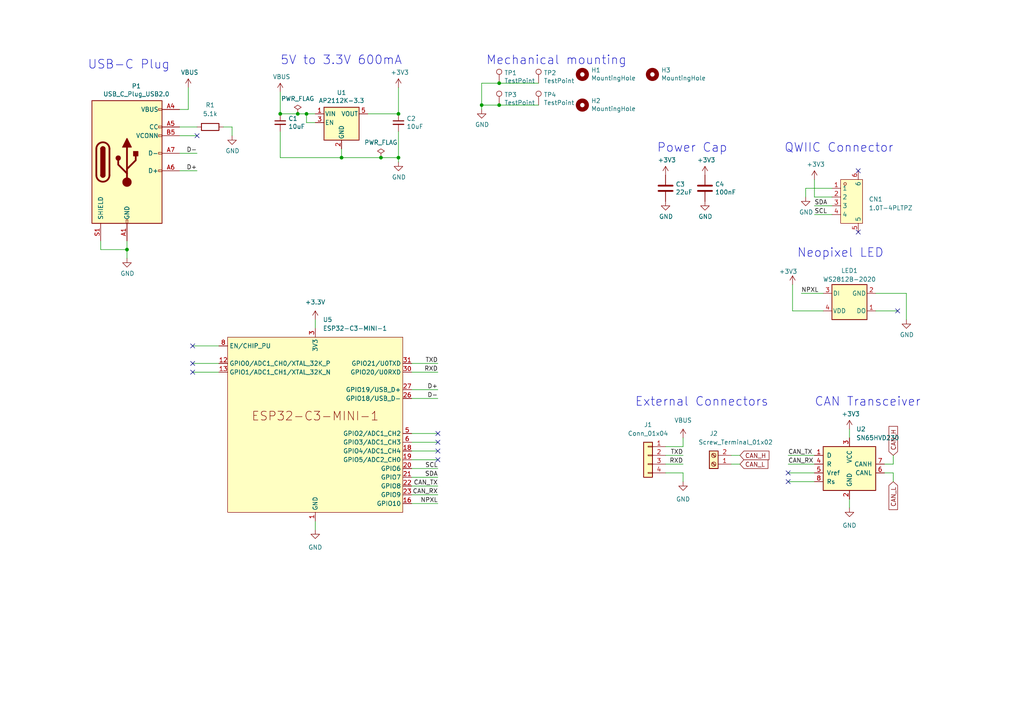
<source format=kicad_sch>
(kicad_sch (version 20230121) (generator eeschema)
  (paper "A4")
  (title_block (title "Expansion Card Template") (date "2020-12-12") (rev "X1") (company "Framework") (comment 1 "This work is licensed under a Creative Commons Attribution 4.0 International License") (comment 4 "https://frame.work"))
  (lib_symbols
    (symbol "Connector:Screw_Terminal_01x02" (pin_names (offset 1.016) hide)
      (property "Reference" "J" (at 0 2.54 0))
      (property "Value" "Screw_Terminal_01x02" (at 0 -5.08 0))
      (symbol "Screw_Terminal_01x02_1_1"
        (rectangle (start -1.27 1.27) (end 1.27 -3.81) (stroke (width 0.254)) (fill (type background)))
        (circle (center 0 -2.54) (radius 0.635) (stroke (width 0.1524)))
        (polyline (pts (xy -0.5334 -2.2098) (xy 0.3302 -3.048)) (stroke (width 0.1524)))
        (polyline (pts (xy -0.5334 0.3302) (xy 0.3302 -0.508)) (stroke (width 0.1524)))
        (polyline (pts (xy -0.3556 -2.032) (xy 0.508 -2.8702)) (stroke (width 0.1524)))
        (polyline (pts (xy -0.3556 0.508) (xy 0.508 -0.3302)) (stroke (width 0.1524)))
        (circle (center 0 0) (radius 0.635) (stroke (width 0.1524)))
        (pin passive line (at -5.08 0 0) (length 3.81) (name "Pin_1") (number "1"))
        (pin passive line (at -5.08 -2.54 0) (length 3.81) (name "Pin_2") (number "2"))
      )
    )
    (symbol "Connector:TestPoint" (pin_numbers hide) (pin_names (offset 0.762) hide)
      (property "Reference" "TP" (at 0 6.858 0))
      (property "Value" "TestPoint" (at 0 5.08 0))
      (symbol "TestPoint_0_1"
        (circle (center 0 3.302) (radius 0.762))
      )
      (symbol "TestPoint_1_1"
        (pin passive line (at 0 0 90) (length 2.54) (name "1") (number "1"))
      )
    )
    (symbol "Connector:USB_C_Plug_USB2.0" (pin_names (offset 1.016))
      (property "Reference" "P" (at -10.16 19.05 0))
      (property "Value" "USB_C_Plug_USB2.0" (at 12.7 19.05 0))
      (symbol "USB_C_Plug_USB2.0_0_0"
        (rectangle (start -0.254 -17.78) (end 0.254 -16.764))
        (rectangle (start 10.16 -2.286) (end 9.144 -2.794))
        (rectangle (start 10.16 2.794) (end 9.144 2.286))
        (rectangle (start 10.16 7.874) (end 9.144 7.366))
        (rectangle (start 10.16 10.414) (end 9.144 9.906))
        (rectangle (start 10.16 15.494) (end 9.144 14.986))
      )
      (symbol "USB_C_Plug_USB2.0_0_1"
        (rectangle (start -10.16 17.78) (end 10.16 -17.78) (stroke (width 0.254)) (fill (type background)))
        (arc (start -8.89 -3.81) (mid -6.985 -5.7067) (end -5.08 -3.81) (stroke (width 0.508)))
        (arc (start -7.62 -3.81) (mid -6.985 -4.4423) (end -6.35 -3.81) (stroke (width 0.254)))
        (arc (start -7.62 -3.81) (mid -6.985 -4.4423) (end -6.35 -3.81) (stroke (width 0.254)) (fill (type outline)))
        (rectangle (start -7.62 -3.81) (end -6.35 3.81) (stroke (width 0.254)) (fill (type outline)))
        (arc (start -6.35 3.81) (mid -6.985 4.4423) (end -7.62 3.81) (stroke (width 0.254)))
        (arc (start -6.35 3.81) (mid -6.985 4.4423) (end -7.62 3.81) (stroke (width 0.254)) (fill (type outline)))
        (arc (start -5.08 3.81) (mid -6.985 5.7067) (end -8.89 3.81) (stroke (width 0.508)))
        (circle (center -2.54 1.143) (radius 0.635) (stroke (width 0.254)) (fill (type outline)))
        (circle (center 0 -5.842) (radius 1.27) (fill (type outline)))
        (polyline (pts (xy -8.89 -3.81) (xy -8.89 3.81)) (stroke (width 0.508)))
        (polyline (pts (xy -5.08 3.81) (xy -5.08 -3.81)) (stroke (width 0.508)))
        (polyline (pts (xy 0 -5.842) (xy 0 4.318)) (stroke (width 0.508)))
        (polyline (pts (xy 0 -3.302) (xy -2.54 -0.762) (xy -2.54 0.508)) (stroke (width 0.508)))
        (polyline (pts (xy 0 -2.032) (xy 2.54 0.508) (xy 2.54 1.778)) (stroke (width 0.508)))
        (polyline (pts (xy -1.27 4.318) (xy 0 6.858) (xy 1.27 4.318) (xy -1.27 4.318)) (stroke (width 0.254)) (fill (type outline)))
        (rectangle (start 1.905 1.778) (end 3.175 3.048) (stroke (width 0.254)) (fill (type outline)))
      )
      (symbol "USB_C_Plug_USB2.0_1_1"
        (pin passive line (at 0 -22.86 90) (length 5.08) (name "GND") (number "A1"))
        (pin passive line (at 0 -22.86 90) (length 5.08) hide (name "GND") (number "A12"))
        (pin passive line (at 15.24 15.24 180) (length 5.08) (name "VBUS") (number "A4"))
        (pin bidirectional line (at 15.24 10.16 180) (length 5.08) (name "CC") (number "A5"))
        (pin bidirectional line (at 15.24 -2.54 180) (length 5.08) (name "D+") (number "A6"))
        (pin bidirectional line (at 15.24 2.54 180) (length 5.08) (name "D-") (number "A7"))
        (pin passive line (at 15.24 15.24 180) (length 5.08) hide (name "VBUS") (number "A9"))
        (pin passive line (at 0 -22.86 90) (length 5.08) hide (name "GND") (number "B1"))
        (pin passive line (at 0 -22.86 90) (length 5.08) hide (name "GND") (number "B12"))
        (pin passive line (at 15.24 15.24 180) (length 5.08) hide (name "VBUS") (number "B4"))
        (pin bidirectional line (at 15.24 7.62 180) (length 5.08) (name "VCONN") (number "B5"))
        (pin passive line (at 15.24 15.24 180) (length 5.08) hide (name "VBUS") (number "B9"))
        (pin passive line (at -7.62 -22.86 90) (length 5.08) (name "SHIELD") (number "S1"))
      )
    )
    (symbol "Connector_Generic:Conn_01x04" (pin_names (offset 1.016) hide)
      (property "Reference" "J" (at 0 5.08 0))
      (property "Value" "Conn_01x04" (at 0 -7.62 0))
      (symbol "Conn_01x04_1_1"
        (rectangle (start -1.27 -4.953) (end 0 -5.207) (stroke (width 0.1524)))
        (rectangle (start -1.27 -2.413) (end 0 -2.667) (stroke (width 0.1524)))
        (rectangle (start -1.27 0.127) (end 0 -0.127) (stroke (width 0.1524)))
        (rectangle (start -1.27 2.667) (end 0 2.413) (stroke (width 0.1524)))
        (rectangle (start -1.27 3.81) (end 1.27 -6.35) (stroke (width 0.254)) (fill (type background)))
        (pin passive line (at -5.08 2.54 0) (length 3.81) (name "Pin_1") (number "1"))
        (pin passive line (at -5.08 0 0) (length 3.81) (name "Pin_2") (number "2"))
        (pin passive line (at -5.08 -2.54 0) (length 3.81) (name "Pin_3") (number "3"))
        (pin passive line (at -5.08 -5.08 0) (length 3.81) (name "Pin_4") (number "4"))
      )
    )
    (symbol "Device:C" (pin_numbers hide) (pin_names (offset 0.254))
      (property "Reference" "C" (at 0.635 2.54 0))
      (property "Value" "C" (at 0.635 -2.54 0))
      (symbol "C_0_1"
        (polyline (pts (xy -2.032 -0.762) (xy 2.032 -0.762)) (stroke (width 0.508)))
        (polyline (pts (xy -2.032 0.762) (xy 2.032 0.762)) (stroke (width 0.508)))
      )
      (symbol "C_1_1"
        (pin passive line (at 0 3.81 270) (length 2.794) (name "~") (number "1"))
        (pin passive line (at 0 -3.81 90) (length 2.794) (name "~") (number "2"))
      )
    )
    (symbol "Device:C_Small" (pin_numbers hide) (pin_names (offset 0.254) hide)
      (property "Reference" "C" (at 0.254 1.778 0))
      (property "Value" "C_Small" (at 0.254 -2.032 0))
      (symbol "C_Small_0_1"
        (polyline (pts (xy -1.524 -0.508) (xy 1.524 -0.508)) (stroke (width 0.3302)))
        (polyline (pts (xy -1.524 0.508) (xy 1.524 0.508)) (stroke (width 0.3048)))
      )
      (symbol "C_Small_1_1"
        (pin passive line (at 0 2.54 270) (length 2.032) (name "~") (number "1"))
        (pin passive line (at 0 -2.54 90) (length 2.032) (name "~") (number "2"))
      )
    )
    (symbol "Device:R" (pin_numbers hide) (pin_names (offset 0))
      (property "Reference" "R" (at 2.032 0 90))
      (property "Value" "R" (at 0 0 90))
      (symbol "R_0_1"
        (rectangle (start -1.016 -2.54) (end 1.016 2.54) (stroke (width 0.254)))
      )
      (symbol "R_1_1"
        (pin passive line (at 0 3.81 270) (length 1.27) (name "~") (number "1"))
        (pin passive line (at 0 -3.81 90) (length 1.27) (name "~") (number "2"))
      )
    )
    (symbol "Espressif:ESP32-C3-MINI-1"
      (property "Reference" "U" (at -25.4 30.48 0))
      (property "Value" "ESP32-C3-MINI-1" (at -25.4 27.94 0))
      (symbol "ESP32-C3-MINI-1_0_0"
        (text "ESP32-C3-MINI-1" (at 0 2.54 0) (effects (font (size 2.54 2.54))))
      )
      (symbol "ESP32-C3-MINI-1_0_1"
        (rectangle (start -25.4 25.4) (end 25.4 -25.4) (fill (type background)))
      )
      (symbol "ESP32-C3-MINI-1_1_1"
        (pin power_in line (at 0 -27.94 90) (length 2.54) (name "GND") (number "1"))
        (pin no_connect line (at -25.4 2.54 0) (length 2.54) hide (name "NC") (number "10"))
        (pin passive line (at 0 -27.94 90) (length 2.54) hide (name "GND") (number "11"))
        (pin bidirectional line (at -27.94 17.78 0) (length 2.54) (name "GPIO0/ADC1_CH0/XTAL_32K_P") (number "12"))
        (pin bidirectional line (at -27.94 15.24 0) (length 2.54) (name "GPIO1/ADC1_CH1/XTAL_32K_N") (number "13"))
        (pin passive line (at 0 -27.94 90) (length 2.54) hide (name "GND") (number "14"))
        (pin no_connect line (at -25.4 0 0) (length 2.54) hide (name "NC") (number "15"))
        (pin bidirectional line (at 27.94 -22.86 180) (length 2.54) (name "GPIO10") (number "16"))
        (pin no_connect line (at -25.4 -2.54 0) (length 2.54) hide (name "NC") (number "17"))
        (pin bidirectional line (at 27.94 -7.62 180) (length 2.54) (name "GPIO4/ADC1_CH4") (number "18"))
        (pin bidirectional line (at 27.94 -10.16 180) (length 2.54) (name "GPIO5/ADC2_CH0") (number "19"))
        (pin passive line (at 0 -27.94 90) (length 2.54) hide (name "GND") (number "2"))
        (pin bidirectional line (at 27.94 -12.7 180) (length 2.54) (name "GPIO6") (number "20"))
        (pin bidirectional line (at 27.94 -15.24 180) (length 2.54) (name "GPIO7") (number "21"))
        (pin bidirectional line (at 27.94 -17.78 180) (length 2.54) (name "GPIO8") (number "22"))
        (pin bidirectional line (at 27.94 -20.32 180) (length 2.54) (name "GPIO9") (number "23"))
        (pin no_connect line (at -25.4 -5.08 0) (length 2.54) hide (name "NC") (number "24"))
        (pin no_connect line (at -25.4 -7.62 0) (length 2.54) hide (name "NC") (number "25"))
        (pin bidirectional line (at 27.94 7.62 180) (length 2.54) (name "GPIO18/USB_D-") (number "26"))
        (pin bidirectional line (at 27.94 10.16 180) (length 2.54) (name "GPIO19/USB_D+") (number "27"))
        (pin no_connect line (at -25.4 -10.16 0) (length 2.54) hide (name "NC") (number "28"))
        (pin no_connect line (at -25.4 -12.7 0) (length 2.54) hide (name "NC") (number "29"))
        (pin power_in line (at 0 27.94 270) (length 2.54) (name "3V3") (number "3"))
        (pin bidirectional line (at 27.94 15.24 180) (length 2.54) (name "GPIO20/U0RXD") (number "30"))
        (pin bidirectional line (at 27.94 17.78 180) (length 2.54) (name "GPIO21/U0TXD") (number "31"))
        (pin no_connect line (at -25.4 -15.24 0) (length 2.54) hide (name "NC") (number "32"))
        (pin no_connect line (at -25.4 -17.78 0) (length 2.54) hide (name "NC") (number "33"))
        (pin no_connect line (at -25.4 -20.32 0) (length 2.54) hide (name "NC") (number "34"))
        (pin no_connect line (at -25.4 -22.86 0) (length 2.54) hide (name "NC") (number "35"))
        (pin passive line (at 0 -27.94 90) (length 2.54) hide (name "GND") (number "36"))
        (pin passive line (at 0 -27.94 90) (length 2.54) hide (name "GND") (number "37"))
        (pin passive line (at 0 -27.94 90) (length 2.54) hide (name "GND") (number "38"))
        (pin passive line (at 0 -27.94 90) (length 2.54) hide (name "GND") (number "39"))
        (pin no_connect line (at -25.4 10.16 0) (length 2.54) hide (name "NC") (number "4"))
        (pin passive line (at 0 -27.94 90) (length 2.54) hide (name "GND") (number "40"))
        (pin passive line (at 0 -27.94 90) (length 2.54) hide (name "GND") (number "41"))
        (pin passive line (at 0 -27.94 90) (length 2.54) hide (name "GND") (number "42"))
        (pin passive line (at 0 -27.94 90) (length 2.54) hide (name "GND") (number "43"))
        (pin passive line (at 0 -27.94 90) (length 2.54) hide (name "GND") (number "44"))
        (pin passive line (at 0 -27.94 90) (length 2.54) hide (name "GND") (number "45"))
        (pin passive line (at 0 -27.94 90) (length 2.54) hide (name "GND") (number "46"))
        (pin passive line (at 0 -27.94 90) (length 2.54) hide (name "GND") (number "47"))
        (pin passive line (at 0 -27.94 90) (length 2.54) hide (name "GND") (number "48"))
        (pin passive line (at 0 -27.94 90) (length 2.54) hide (name "GND") (number "49"))
        (pin bidirectional line (at 27.94 -2.54 180) (length 2.54) (name "GPIO2/ADC1_CH2") (number "5"))
        (pin passive line (at 0 -27.94 90) (length 2.54) hide (name "GND") (number "50"))
        (pin passive line (at 0 -27.94 90) (length 2.54) hide (name "GND") (number "51"))
        (pin passive line (at 0 -27.94 90) (length 2.54) hide (name "GND") (number "52"))
        (pin passive line (at 0 -27.94 90) (length 2.54) hide (name "GND") (number "53"))
        (pin bidirectional line (at 27.94 -5.08 180) (length 2.54) (name "GPIO3/ADC1_CH3") (number "6"))
        (pin no_connect line (at -25.4 7.62 0) (length 2.54) hide (name "NC") (number "7"))
        (pin input line (at -27.94 22.86 0) (length 2.54) (name "EN/CHIP_PU") (number "8"))
        (pin no_connect line (at -25.4 5.08 0) (length 2.54) hide (name "NC") (number "9"))
      )
    )
    (symbol "Expansion_Card-rescue:+3.3V-power" (power) (pin_names (offset 0))
      (property "Value" "+3.3V-power" (at 0 3.556 0))
      (symbol "+3.3V-power_0_1"
        (polyline (pts (xy -0.762 1.27) (xy 0 2.54)))
        (polyline (pts (xy 0 0) (xy 0 2.54)))
        (polyline (pts (xy 0 2.54) (xy 0.762 1.27)))
      )
      (symbol "+3.3V-power_1_1"
        (pin power_in line (at 0 0 90) (length 0) hide (name "+3V3") (number "1"))
      )
    )
    (symbol "GND_1" (power) (pin_names (offset 0))
      (property "Value" "GND_1" (at 0 -3.81 0))
      (symbol "GND_1_0_1"
        (polyline (pts (xy 0 0) (xy 0 -1.27) (xy 1.27 -1.27) (xy 0 -2.54) (xy -1.27 -1.27) (xy 0 -1.27)))
      )
      (symbol "GND_1_1_1"
        (pin power_in line (at 0 0 270) (length 0) hide (name "GND") (number "1"))
      )
    )
    (symbol "GND_2" (power) (pin_names (offset 0))
      (property "Value" "GND_2" (at 0 -3.81 0))
      (symbol "GND_2_0_1"
        (polyline (pts (xy 0 0) (xy 0 -1.27) (xy 1.27 -1.27) (xy 0 -2.54) (xy -1.27 -1.27) (xy 0 -1.27)))
      )
      (symbol "GND_2_1_1"
        (pin power_in line (at 0 0 270) (length 0) hide (name "GND") (number "1"))
      )
    )
    (symbol "Interface_CAN_LIN:SN65HVD230" (pin_names (offset 1.016))
      (property "Reference" "U" (at -2.54 10.16 0))
      (property "Value" "SN65HVD230" (at -2.54 7.62 0))
      (symbol "SN65HVD230_0_1"
        (rectangle (start -7.62 5.08) (end 7.62 -7.62) (stroke (width 0.254)) (fill (type background)))
      )
      (symbol "SN65HVD230_1_1"
        (pin input line (at -10.16 2.54 0) (length 2.54) (name "D") (number "1"))
        (pin power_in line (at 0 -10.16 90) (length 2.54) (name "GND") (number "2"))
        (pin power_in line (at 0 7.62 270) (length 2.54) (name "VCC") (number "3"))
        (pin output line (at -10.16 0 0) (length 2.54) (name "R") (number "4"))
        (pin output line (at -10.16 -2.54 0) (length 2.54) (name "Vref") (number "5"))
        (pin bidirectional line (at 10.16 -2.54 180) (length 2.54) (name "CANL") (number "6"))
        (pin bidirectional line (at 10.16 0 180) (length 2.54) (name "CANH") (number "7"))
        (pin input line (at -10.16 -5.08 0) (length 2.54) (name "Rs") (number "8"))
      )
    )
    (symbol "Mechanical:MountingHole" (pin_names (offset 1.016))
      (property "Reference" "H" (at 0 5.08 0))
      (property "Value" "MountingHole" (at 0 3.175 0))
      (symbol "MountingHole_0_1"
        (circle (center 0 0) (radius 1.27) (stroke (width 1.27)))
      )
    )
    (symbol "Regulator_Linear:AP2112K-3.3" (pin_names (offset 0.254))
      (property "Reference" "U" (at -5.08 5.715 0))
      (property "Value" "AP2112K-3.3" (at 0 5.715 0))
      (symbol "AP2112K-3.3_0_1"
        (rectangle (start -5.08 4.445) (end 5.08 -5.08) (stroke (width 0.254)) (fill (type background)))
      )
      (symbol "AP2112K-3.3_1_1"
        (pin power_in line (at -7.62 2.54 0) (length 2.54) (name "VIN") (number "1"))
        (pin power_in line (at 0 -7.62 90) (length 2.54) (name "GND") (number "2"))
        (pin input line (at -7.62 0 0) (length 2.54) (name "EN") (number "3"))
        (pin no_connect line (at 5.08 0 180) (length 2.54) hide (name "NC") (number "4"))
        (pin power_out line (at 7.62 2.54 180) (length 2.54) (name "VOUT") (number "5"))
      )
    )
    (symbol "VBUS_1" (power) (pin_names (offset 0))
      (property "Value" "VBUS_1" (at 0 3.81 0))
      (symbol "VBUS_1_0_1"
        (polyline (pts (xy -0.762 1.27) (xy 0 2.54)))
        (polyline (pts (xy 0 0) (xy 0 2.54)))
        (polyline (pts (xy 0 2.54) (xy 0.762 1.27)))
      )
      (symbol "VBUS_1_1_1"
        (pin power_in line (at 0 0 90) (length 0) hide (name "VBUS") (number "1"))
      )
    )
    (symbol "_mykicadlib:QWIIC_1.0T-4PLTPZ"
      (property "Reference" "CN" (at 0 13.97 0))
      (property "Value" "1.0T-4PLTPZ" (at 0 -13.97 0))
      (symbol "QWIIC_1.0T-4PLTPZ_0_1"
        (rectangle (start -1.27 6.35) (end 5.08 -6.35) (fill (type background)))
        (circle (center 0 5.08) (radius 0.38))
        (pin unspecified line (at -3.81 3.81 0) (length 2.54) (name "1") (number "1"))
        (pin unspecified line (at -3.81 1.27 0) (length 2.54) (name "2") (number "2"))
        (pin unspecified line (at -3.81 -1.27 0) (length 2.54) (name "3") (number "3"))
        (pin unspecified line (at -3.81 -3.81 0) (length 2.54) (name "4") (number "4"))
        (pin unspecified line (at 3.81 -8.89 90) (length 2.54) (name "5") (number "5"))
        (pin unspecified line (at 3.81 8.89 270) (length 2.54) (name "6") (number "6"))
      )
    )
    (symbol "_mykicadlib:WS2812B-2020" (pin_names (offset 0.254))
      (property "Reference" "LED1" (at 0 8.89 0))
      (property "Value" "WS2812B-2020" (at 0 6.35 0))
      (symbol "WS2812B-2020_0_1"
        (rectangle (start 5.08 5.08) (end -5.08 -5.08) (stroke (width 0.254)) (fill (type background)))
      )
      (symbol "WS2812B-2020_1_1"
        (pin output line (at 7.62 -2.54 180) (length 2.54) (name "DO") (number "1"))
        (pin power_in line (at 7.62 2.54 180) (length 2.54) (name "GND") (number "2"))
        (pin input line (at -7.62 2.54 0) (length 2.54) (name "DI") (number "3"))
        (pin power_in line (at -7.62 -2.54 0) (length 2.54) (name "VDD") (number "4"))
      )
    )
    (symbol "power:+3.3V" (power) (pin_names (offset 0))
      (property "Value" "+3.3V" (at 0 3.556 0))
      (symbol "+3.3V_0_1"
        (polyline (pts (xy -0.762 1.27) (xy 0 2.54)))
        (polyline (pts (xy 0 0) (xy 0 2.54)))
        (polyline (pts (xy 0 2.54) (xy 0.762 1.27)))
      )
      (symbol "+3.3V_1_1"
        (pin power_in line (at 0 0 90) (length 0) hide (name "+3.3V") (number "1"))
      )
    )
    (symbol "power:+3V3" (power) (pin_names (offset 0))
      (property "Value" "+3V3" (at 0 3.556 0))
      (symbol "+3V3_0_1"
        (polyline (pts (xy -0.762 1.27) (xy 0 2.54)))
        (polyline (pts (xy 0 0) (xy 0 2.54)))
        (polyline (pts (xy 0 2.54) (xy 0.762 1.27)))
      )
      (symbol "+3V3_1_1"
        (pin power_in line (at 0 0 90) (length 0) hide (name "+3V3") (number "1"))
      )
    )
    (symbol "power:GND" (power) (pin_names (offset 0))
      (property "Value" "GND" (at 0 -3.81 0))
      (symbol "GND_0_1"
        (polyline (pts (xy 0 0) (xy 0 -1.27) (xy 1.27 -1.27) (xy 0 -2.54) (xy -1.27 -1.27) (xy 0 -1.27)))
      )
      (symbol "GND_1_1"
        (pin power_in line (at 0 0 270) (length 0) hide (name "GND") (number "1"))
      )
    )
    (symbol "power:PWR_FLAG" (power) (pin_numbers hide) (pin_names (offset 0) hide)
      (property "Value" "PWR_FLAG" (at 0 3.81 0))
      (symbol "PWR_FLAG_0_0"
        (pin power_out line (at 0 0 90) (length 0) (name "pwr") (number "1"))
      )
      (symbol "PWR_FLAG_0_1"
        (polyline (pts (xy 0 0) (xy 0 1.27) (xy -1.016 1.905) (xy 0 2.54) (xy 1.016 1.905) (xy 0 1.27)))
      )
    )
    (symbol "power:VBUS" (power) (pin_names (offset 0))
      (property "Value" "VBUS" (at 0 3.81 0))
      (symbol "VBUS_0_1"
        (polyline (pts (xy -0.762 1.27) (xy 0 2.54)))
        (polyline (pts (xy 0 0) (xy 0 2.54)))
        (polyline (pts (xy 0 2.54) (xy 0.762 1.27)))
      )
      (symbol "VBUS_1_1"
        (pin power_in line (at 0 0 90) (length 0) hide (name "VBUS") (number "1"))
      )
    )
  )
  (junction (at 81.28 33.02))
  (junction (at 86.36 33.02))
  (junction (at 36.83 72.39))
  (junction (at 144.78 24.13))
  (junction (at 99.06 45.72))
  (junction (at 115.57 33.02))
  (junction (at 144.78 30.48))
  (junction (at 139.7 30.48))
  (junction (at 110.49 45.72))
  (junction (at 88.9 33.02))
  (junction (at 115.57 45.72))
  (no_connect (at 55.88 105.41))
  (no_connect (at 127 130.81))
  (no_connect (at 127 128.27))
  (no_connect (at 55.88 100.33))
  (no_connect (at 228.6 139.7))
  (no_connect (at 57.15 39.37))
  (no_connect (at 55.88 107.95))
  (no_connect (at 248.92 49.53))
  (no_connect (at 248.92 67.31))
  (no_connect (at 260.35 90.17))
  (no_connect (at 127 125.73))
  (no_connect (at 228.6 137.16))
  (no_connect (at 127 133.35))
  (wire (pts (xy 229.87 90.17) (xy 238.76 90.17)))
  (wire (pts (xy 139.7 24.13) (xy 139.7 30.48)))
  (wire (pts (xy 228.6 134.62) (xy 236.22 134.62)))
  (wire (pts (xy 127 143.51) (xy 119.38 143.51)))
  (wire (pts (xy 55.88 100.33) (xy 63.5 100.33)))
  (wire (pts (xy 29.21 72.39) (xy 36.83 72.39)))
  (wire (pts (xy 236.22 57.15) (xy 241.3 57.15)))
  (wire (pts (xy 198.12 134.62) (xy 193.04 134.62)))
  (wire (pts (xy 127 133.35) (xy 119.38 133.35)))
  (wire (pts (xy 52.07 36.83) (xy 57.15 36.83)))
  (wire (pts (xy 57.15 49.53) (xy 52.07 49.53)))
  (wire (pts (xy 127 125.73) (xy 119.38 125.73)))
  (wire (pts (xy 260.35 90.17) (xy 254 90.17)))
  (wire (pts (xy 86.36 33.02) (xy 88.9 33.02)))
  (wire (pts (xy 119.38 138.43) (xy 127 138.43)))
  (wire (pts (xy 259.08 139.7) (xy 259.08 137.16)))
  (wire (pts (xy 91.44 35.56) (xy 88.9 35.56)))
  (wire (pts (xy 99.06 43.18) (xy 99.06 45.72)))
  (wire (pts (xy 127 130.81) (xy 119.38 130.81)))
  (wire (pts (xy 119.38 113.03) (xy 127 113.03)))
  (wire (pts (xy 229.87 82.55) (xy 229.87 90.17)))
  (wire (pts (xy 55.88 105.41) (xy 63.5 105.41)))
  (wire (pts (xy 246.38 144.78) (xy 246.38 147.32)))
  (wire (pts (xy 246.38 124.46) (xy 246.38 127)))
  (wire (pts (xy 232.41 85.09) (xy 238.76 85.09)))
  (wire (pts (xy 139.7 31.75) (xy 139.7 30.48)))
  (wire (pts (xy 67.31 36.83) (xy 64.77 36.83)))
  (wire (pts (xy 110.49 45.72) (xy 115.57 45.72)))
  (wire (pts (xy 106.68 33.02) (xy 115.57 33.02)))
  (wire (pts (xy 36.83 72.39) (xy 36.83 69.85)))
  (wire (pts (xy 193.04 137.16) (xy 198.12 137.16)))
  (wire (pts (xy 236.22 52.07) (xy 236.22 57.15)))
  (wire (pts (xy 52.07 31.75) (xy 54.61 31.75)))
  (wire (pts (xy 198.12 129.54) (xy 193.04 129.54)))
  (wire (pts (xy 198.12 127) (xy 198.12 129.54)))
  (wire (pts (xy 54.61 31.75) (xy 54.61 25.4)))
  (wire (pts (xy 57.15 44.45) (xy 52.07 44.45)))
  (wire (pts (xy 81.28 38.1) (xy 81.28 45.72)))
  (wire (pts (xy 259.08 134.62) (xy 256.54 134.62)))
  (wire (pts (xy 236.22 59.69) (xy 241.3 59.69)))
  (wire (pts (xy 228.6 139.7) (xy 236.22 139.7)))
  (wire (pts (xy 81.28 45.72) (xy 99.06 45.72)))
  (wire (pts (xy 115.57 45.72) (xy 115.57 46.99)))
  (wire (pts (xy 144.78 24.13) (xy 139.7 24.13)))
  (wire (pts (xy 119.38 105.41) (xy 127 105.41)))
  (wire (pts (xy 29.21 69.85) (xy 29.21 72.39)))
  (wire (pts (xy 233.68 54.61) (xy 233.68 57.15)))
  (wire (pts (xy 119.38 107.95) (xy 127 107.95)))
  (wire (pts (xy 115.57 38.1) (xy 115.57 45.72)))
  (wire (pts (xy 198.12 132.08) (xy 193.04 132.08)))
  (wire (pts (xy 127 140.97) (xy 119.38 140.97)))
  (wire (pts (xy 233.68 54.61) (xy 241.3 54.61)))
  (wire (pts (xy 88.9 33.02) (xy 91.44 33.02)))
  (wire (pts (xy 228.6 132.08) (xy 236.22 132.08)))
  (wire (pts (xy 119.38 115.57) (xy 127 115.57)))
  (wire (pts (xy 198.12 137.16) (xy 198.12 139.7)))
  (wire (pts (xy 262.89 92.71) (xy 262.89 85.09)))
  (wire (pts (xy 81.28 33.02) (xy 86.36 33.02)))
  (wire (pts (xy 99.06 45.72) (xy 110.49 45.72)))
  (wire (pts (xy 36.83 74.93) (xy 36.83 72.39)))
  (wire (pts (xy 254 85.09) (xy 262.89 85.09)))
  (wire (pts (xy 55.88 107.95) (xy 63.5 107.95)))
  (wire (pts (xy 57.15 39.37) (xy 52.07 39.37)))
  (wire (pts (xy 127 146.05) (xy 119.38 146.05)))
  (wire (pts (xy 156.21 30.48) (xy 144.78 30.48)))
  (wire (pts (xy 119.38 135.89) (xy 127 135.89)))
  (wire (pts (xy 259.08 137.16) (xy 256.54 137.16)))
  (wire (pts (xy 212.09 134.62) (xy 214.63 134.62)))
  (wire (pts (xy 67.31 36.83) (xy 67.31 39.37)))
  (wire (pts (xy 156.21 24.13) (xy 144.78 24.13)))
  (wire (pts (xy 127 128.27) (xy 119.38 128.27)))
  (wire (pts (xy 228.6 137.16) (xy 236.22 137.16)))
  (wire (pts (xy 144.78 30.48) (xy 139.7 30.48)))
  (wire (pts (xy 81.28 26.67) (xy 81.28 33.02)))
  (wire (pts (xy 91.44 92.71) (xy 91.44 95.25)))
  (wire (pts (xy 259.08 132.08) (xy 259.08 134.62)))
  (wire (pts (xy 236.22 62.23) (xy 241.3 62.23)))
  (wire (pts (xy 91.44 151.13) (xy 91.44 153.67)))
  (wire (pts (xy 212.09 132.08) (xy 214.63 132.08)))
  (wire (pts (xy 88.9 35.56) (xy 88.9 33.02)))
  (wire (pts (xy 115.57 25.4) (xy 115.57 33.02)))
  (text "CAN Transceiver" (at 236.22 118.11 0) (effects (font (size 2.54 2.54)) (justify left bottom)))
  (text "External Connectors" (at 184.15 118.11 0) (effects (font (size 2.54 2.54)) (justify left bottom)))
  (text "USB-C Plug" (at 25.4 20.32 0) (effects (font (size 2.54 2.54)) (justify left bottom)))
  (text "QWIIC Connector" (at 227.457 44.45 0) (effects (font (size 2.54 2.54)) (justify left bottom)))
  (text "Power Cap" (at 190.5 44.45 0) (effects (font (size 2.54 2.54)) (justify left bottom)))
  (text "Mechanical mounting" (at 140.97 19.05 0) (effects (font (size 2.54 2.54)) (justify left bottom)))
  (text "Neopixel LED" (at 231.14 74.93 0) (effects (font (size 2.54 2.54)) (justify left bottom)))
  (text "5V to 3.3V 600mA" (at 81.28 19.05 0) (effects (font (size 2.54 2.54)) (justify left bottom)))
  (label "SCL" (at 236.22 62.23 0))
  (label "CAN_RX" (at 127 143.51 180))
  (label "RXD" (at 127 107.95 180))
  (label "NPXL" (at 232.41 85.09 0))
  (label "SCL" (at 127 135.89 180))
  (label "CAN_RX" (at 228.6 134.62 0))
  (label "D+" (at 57.15 49.53 180))
  (label "D+" (at 127 113.03 180))
  (label "SDA" (at 127 138.43 180))
  (label "TXD" (at 127 105.41 180))
  (label "NPXL" (at 127 146.05 180))
  (label "CAN_TX" (at 228.6 132.08 0))
  (label "RXD" (at 198.12 134.62 180))
  (label "CAN_TX" (at 127 140.97 180))
  (label "D-" (at 57.15 44.45 180))
  (label "SDA" (at 236.22 59.69 0))
  (label "TXD" (at 198.12 132.08 180))
  (label "D-" (at 127 115.57 180))
  (global_label "CAN_L" (shape input) (at 214.63 134.62 0) (property "Intersheetrefs" "${INTERSHEET_REFS}" (effects hide)))
  (global_label "CAN_H" (shape input) (at 259.08 132.08 90) (property "Intersheetrefs" "${INTERSHEET_REFS}" (effects hide)))
  (global_label "CAN_L" (shape input) (at 259.08 139.7 270) (property "Intersheetrefs" "${INTERSHEET_REFS}" (effects hide)))
  (global_label "CAN_H" (shape input) (at 214.63 132.08 0) (property "Intersheetrefs" "${INTERSHEET_REFS}" (effects hide)))
  (symbol (lib_id "Regulator_Linear:AP2112K-3.3") (at 99.06 35.56 0) (unit 1)
    (property "Reference" "U1" (at 99.06 26.8732 0))
    (property "Value" "AP2112K-3.3" (at 99.06 29.1846 0))
    (property "Footprint" "Package_TO_SOT_SMD:SOT-23-5" (effects hide))
    (property "Datasheet" "https://www.diodes.com/assets/Datasheets/AP2112.pdf" (effects hide))
  )
  (symbol (lib_id "Device:C_Small") (at 81.28 35.56 0) (unit 1)
    (property "Reference" "C1" (at 83.6168 34.3916 0) (effects (justify left)))
    (property "Value" "10uF" (at 83.6168 36.703 0) (effects (justify left)))
    (property "Footprint" "Capacitor_SMD:C_0201_0603Metric_Pad0.64x0.40mm_HandSolder" (effects hide))
  )
  (symbol (lib_id "Device:C_Small") (at 115.57 35.56 0) (unit 1)
    (property "Reference" "C2" (at 117.9068 34.3916 0) (effects (justify left)))
    (property "Value" "10uF" (at 117.9068 36.703 0) (effects (justify left)))
    (property "Footprint" "Capacitor_SMD:C_0201_0603Metric_Pad0.64x0.40mm_HandSolder" (effects hide))
  )
  (symbol (lib_id "Expansion_Card-rescue:+3.3V-power") (at 115.57 25.4 0) (unit 1)
    (property "Reference" "#PWR05" (effects hide))
    (property "Value" "+3.3V" (at 115.951 21.0058 0))
  )
  (symbol (lib_id "power:GND") (at 115.57 46.99 0) (unit 1)
    (property "Reference" "#PWR06" (effects hide))
    (property "Value" "GND" (at 115.697 51.3842 0))
  )
  (symbol (lib_id "power:VBUS") (at 81.28 26.67 0) (unit 1)
    (property "Reference" "#PWR04" (effects hide))
    (property "Value" "VBUS" (at 81.661 22.2758 0))
  )
  (symbol (lib_id "Connector:USB_C_Plug_USB2.0") (at 36.83 46.99 0) (unit 1)
    (property "Reference" "P1" (at 39.5478 24.9682 0))
    (property "Value" "USB_C_Plug_USB2.0" (at 39.5478 27.2796 0))
    (property "Datasheet" "https://www.usb.org/sites/default/files/documents/usb_type-c.zip" (effects hide))
  )
  (symbol (lib_id "power:GND") (at 36.83 74.93 0) (unit 1)
    (property "Reference" "#PWR01" (effects hide))
    (property "Value" "GND" (at 36.957 79.3242 0))
  )
  (symbol (lib_id "power:GND") (at 67.31 39.37 0) (unit 1)
    (property "Reference" "#PWR03" (effects hide))
    (property "Value" "GND" (at 67.437 43.7642 0))
  )
  (symbol (lib_id "power:VBUS") (at 54.61 25.4 0) (unit 1)
    (property "Reference" "#PWR02" (effects hide))
    (property "Value" "VBUS" (at 54.991 21.0058 0))
  )
  (symbol (lib_id "Mechanical:MountingHole") (at 168.91 21.59 0) (unit 1)
    (property "Reference" "H1" (at 171.45 20.3454 0) (effects (justify left)))
    (property "Value" "MountingHole" (at 171.45 22.6568 0) (effects (justify left)))
    (property "Footprint" "MountingHole:MountingHole_2.2mm_M2" (effects hide))
  )
  (symbol (lib_id "Mechanical:MountingHole") (at 168.91 30.48 0) (unit 1)
    (property "Reference" "H2" (at 171.45 29.2354 0) (effects (justify left)))
    (property "Value" "MountingHole" (at 171.45 31.5468 0) (effects (justify left)))
    (property "Footprint" "MountingHole:MountingHole_2.2mm_M2" (effects hide))
  )
  (symbol (lib_id "power:PWR_FLAG") (at 86.36 33.02 0) (unit 1)
    (property "Reference" "#FLG01" (effects hide))
    (property "Value" "PWR_FLAG" (at 86.36 28.6258 0))
  )
  (symbol (lib_id "power:PWR_FLAG") (at 110.49 45.72 0) (unit 1)
    (property "Reference" "#FLG02" (effects hide))
    (property "Value" "PWR_FLAG" (at 110.49 41.3258 0))
  )
  (symbol (lib_id "Connector:TestPoint") (at 156.21 24.13 0) (unit 1)
    (property "Reference" "TP2" (at 157.6832 21.1328 0) (effects (justify left)))
    (property "Value" "TestPoint" (at 157.6832 23.4442 0) (effects (justify left)))
    (property "Footprint" "TestPoint:TestPoint_Pad_1.5x1.5mm" (effects hide))
  )
  (symbol (lib_id "Connector:TestPoint") (at 144.78 24.13 0) (unit 1)
    (property "Reference" "TP1" (at 146.2532 21.1328 0) (effects (justify left)))
    (property "Value" "TestPoint" (at 146.2532 23.4442 0) (effects (justify left)))
    (property "Footprint" "TestPoint:TestPoint_Pad_1.5x1.5mm" (effects hide))
  )
  (symbol (lib_id "Connector:TestPoint") (at 144.78 30.48 0) (unit 1)
    (property "Reference" "TP3" (at 146.2532 27.4828 0) (effects (justify left)))
    (property "Value" "TestPoint" (at 146.2532 29.7942 0) (effects (justify left)))
    (property "Footprint" "TestPoint:TestPoint_Pad_1.5x1.5mm" (effects hide))
  )
  (symbol (lib_id "Connector:TestPoint") (at 156.21 30.48 0) (unit 1)
    (property "Reference" "TP4" (at 157.6832 27.4828 0) (effects (justify left)))
    (property "Value" "TestPoint" (at 157.6832 29.7942 0) (effects (justify left)))
    (property "Footprint" "TestPoint:TestPoint_Pad_1.5x1.5mm" (effects hide))
  )
  (symbol (lib_id "power:GND") (at 139.7 31.75 0) (unit 1)
    (property "Reference" "#PWR0101" (effects hide))
    (property "Value" "GND" (at 139.827 36.1442 0))
  )
  (symbol (lib_id "Connector:Screw_Terminal_01x02") (at 207.01 134.62 180) (unit 1)
    (property "Reference" "J2" (at 207.01 125.73 0))
    (property "Value" "Screw_Terminal_01x02" (at 213.36 128.27 0))
    (property "Footprint" "Connector_PinHeader_2.54mm:PinHeader_1x02_P2.54mm_Horizontal" (effects hide))
  )
  (symbol (lib_id "_mykicadlib:QWIIC_1.0T-4PLTPZ") (at 245.11 58.42 0) (unit 1)
    (property "Reference" "CN1" (at 251.968 57.785 0) (effects (justify left)))
    (property "Value" "1.0T-4PLTPZ" (at 251.968 60.325 0) (effects (justify left)))
    (property "Footprint" "_mykicadlib:FPC-SMD_4P-P1.00_1.0T-4PLTPZ" (effects hide))
    (property "MPN" "C2974722" (effects hide))
  )
  (symbol (lib_id "Device:C") (at 193.04 54.61 0) (unit 1)
    (property "Reference" "C3" (at 195.961 53.4416 0) (effects (justify left)))
    (property "Value" "22uF" (at 195.961 55.753 0) (effects (justify left)))
    (property "Footprint" "Capacitor_SMD:C_0201_0603Metric_Pad0.64x0.40mm_HandSolder" (effects hide))
  )
  (symbol (lib_id "power:GND") (at 198.12 139.7 0) (unit 1)
    (property "Reference" "#PWR014" (effects hide))
    (property "Value" "GND" (at 198.12 144.78 0))
  )
  (symbol (lib_id "_mykicadlib:WS2812B-2020") (at 246.38 87.63 0) (unit 1)
    (property "Reference" "LED1" (at 246.38 78.486 0))
    (property "Value" "WS2812B-2020" (at 246.38 81.026 0))
    (property "Footprint" "_mykicadlib:LED-SMD_4P-L2.0-W2.0-TL_WS2812B-2020" (effects hide))
    (property "Datasheet" "https://datasheet.lcsc.com/lcsc/2012110135_Worldsemi-WS2812B-2020_C965555.pdf" (effects hide))
    (property "Manufacturer" "worldsemi" (effects hide))
    (property "LCSC Part" "C965555" (effects hide))
    (property "JLC Part" "Extended Part" (effects hide))
    (property "LCSC#" "C965555" (effects hide))
    (property "Part#" "WS2812B-2020" (effects hide))
    (property "MPN" "C965555" (effects hide))
  )
  (symbol (lib_id "power:+3V3") (at 204.47 50.8 0) (unit 1)
    (property "Reference" "#PWR017" (effects hide))
    (property "Value" "+3V3" (at 204.851 46.4058 0))
  )
  (symbol (lib_id "Connector_Generic:Conn_01x04") (at 187.96 132.08 0) (mirror y) (unit 1)
    (property "Reference" "J1" (at 187.96 123.19 0))
    (property "Value" "Conn_01x04" (at 187.96 125.73 0))
    (property "Footprint" "Connector_PinSocket_2.54mm:PinSocket_1x04_P2.54mm_Horizontal" (effects hide))
  )
  (symbol (lib_id "power:GND") (at 204.47 58.42 0) (unit 1)
    (property "Reference" "#PWR018" (effects hide))
    (property "Value" "GND" (at 204.597 62.8142 0))
  )
  (symbol (lib_id "power:GND") (at 193.04 58.42 0) (unit 1)
    (property "Reference" "#PWR016" (effects hide))
    (property "Value" "GND" (at 193.167 62.8142 0))
  )
  (symbol (lib_id "power:+3V3") (at 193.04 50.8 0) (unit 1)
    (property "Reference" "#PWR015" (effects hide))
    (property "Value" "+3V3" (at 193.421 46.4058 0))
  )
  (symbol (lib_id "power:GND") (at 262.89 92.71 0) (unit 1)
    (property "Reference" "#PWR020" (effects hide))
    (property "Value" "GND" (at 263.017 97.1042 0))
  )
  (symbol (lib_name "VBUS_1") (lib_id "power:VBUS") (at 198.12 127 0) (unit 1)
    (property "Reference" "#PWR013" (effects hide))
    (property "Value" "VBUS" (at 198.12 121.92 0))
  )
  (symbol (lib_id "power:+3V3") (at 236.22 52.07 0) (unit 1)
    (property "Reference" "#PWR022" (effects hide))
    (property "Value" "+3V3" (at 236.601 47.6758 0))
  )
  (symbol (lib_name "GND_1") (lib_id "power:GND") (at 91.44 153.67 0) (unit 1)
    (property "Reference" "#PWR023" (effects hide))
    (property "Value" "GND" (at 91.44 158.75 0))
  )
  (symbol (lib_id "power:+3V3") (at 229.87 82.55 0) (unit 1)
    (property "Reference" "#PWR019" (effects hide))
    (property "Value" "+3V3" (at 228.6 78.74 0))
  )
  (symbol (lib_id "Interface_CAN_LIN:SN65HVD230") (at 246.38 134.62 0) (unit 1)
    (property "Reference" "U2" (at 248.3359 124.46 0) (effects (justify left)))
    (property "Value" "SN65HVD230" (at 248.3359 127 0) (effects (justify left)))
    (property "Footprint" "Package_SO:SOIC-8_3.9x4.9mm_P1.27mm" (effects hide))
    (property "Datasheet" "http://www.ti.com/lit/ds/symlink/sn65hvd230.pdf" (effects hide))
  )
  (symbol (lib_id "Mechanical:MountingHole") (at 189.23 21.59 0) (unit 1)
    (property "Reference" "H3" (at 191.77 20.3454 0) (effects (justify left)))
    (property "Value" "MountingHole" (at 191.77 22.6568 0) (effects (justify left)))
    (property "Footprint" "MountingHole:MountingHole_2.2mm_M2" (effects hide))
  )
  (symbol (lib_id "power:+3.3V") (at 91.44 92.71 0) (unit 1)
    (property "Reference" "#PWR024" (effects hide))
    (property "Value" "+3.3V" (at 91.44 87.63 0))
  )
  (symbol (lib_name "GND_2") (lib_id "power:GND") (at 246.38 147.32 0) (unit 1)
    (property "Reference" "#PWR09" (effects hide))
    (property "Value" "GND" (at 246.38 152.4 0))
  )
  (symbol (lib_id "power:GND") (at 233.68 57.15 0) (unit 1)
    (property "Reference" "#PWR021" (effects hide))
    (property "Value" "GND" (at 233.807 61.5442 0))
  )
  (symbol (lib_id "Expansion_Card-rescue:+3.3V-power") (at 246.38 124.46 0) (unit 1)
    (property "Reference" "#PWR08" (effects hide))
    (property "Value" "+3.3V" (at 246.761 120.0658 0))
  )
  (symbol (lib_id "Device:R") (at 60.96 36.83 90) (unit 1)
    (property "Reference" "R1" (at 60.96 30.48 90))
    (property "Value" "5.1k" (at 60.96 33.02 90))
    (property "Footprint" "Resistor_SMD:R_0201_0603Metric_Pad0.64x0.40mm_HandSolder" (effects hide))
  )
  (symbol (lib_id "Device:C") (at 204.47 54.61 0) (unit 1)
    (property "Reference" "C4" (at 207.391 53.4416 0) (effects (justify left)))
    (property "Value" "100nF" (at 207.391 55.753 0) (effects (justify left)))
    (property "Footprint" "Capacitor_SMD:C_0201_0603Metric_Pad0.64x0.40mm_HandSolder" (effects hide))
  )
  (symbol (lib_id "Espressif:ESP32-C3-MINI-1") (at 91.44 123.19 0) (unit 1)
    (property "Reference" "U5" (at 93.6341 92.71 0) (effects (justify left)))
    (property "Value" "ESP32-C3-MINI-1" (at 93.6341 95.25 0) (effects (justify left)))
    (property "Footprint" "Espressif:ESP32-C3-MINI-1U" (effects hide))
    (property "Datasheet" "https://www.espressif.com/sites/default/files/documentation/esp32-c3-mini-1_datasheet_en.pdf" (effects hide))
  )
)
</source>
